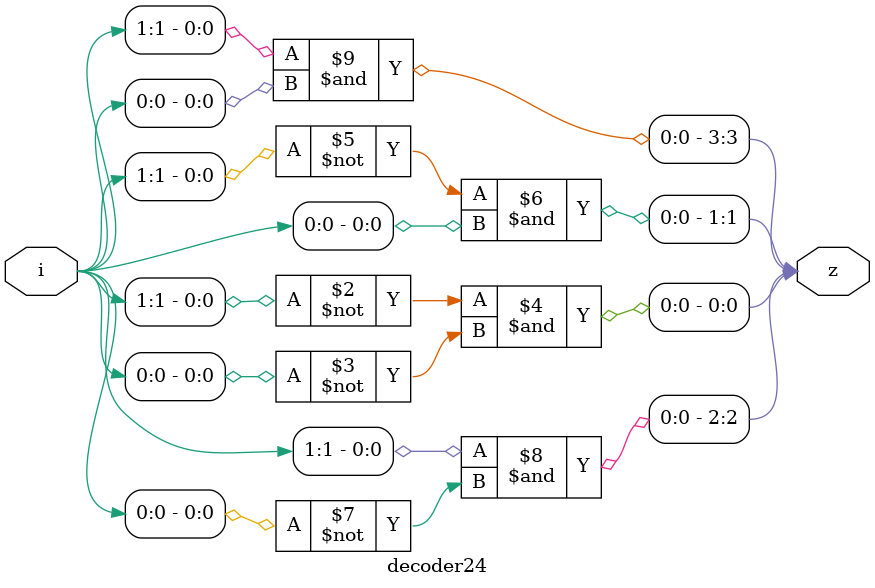
<source format=v>
`timescale 1ns / 1ps


module decoder24(i,z

    );
    input [1:0]i;
    output reg [3:0]z;
    
    always @(i) 
    begin
    z={i[1]&i[0],i[1]&~i[0],~i[1]&i[0],~i[1]&~i[0]};
    end

endmodule

</source>
